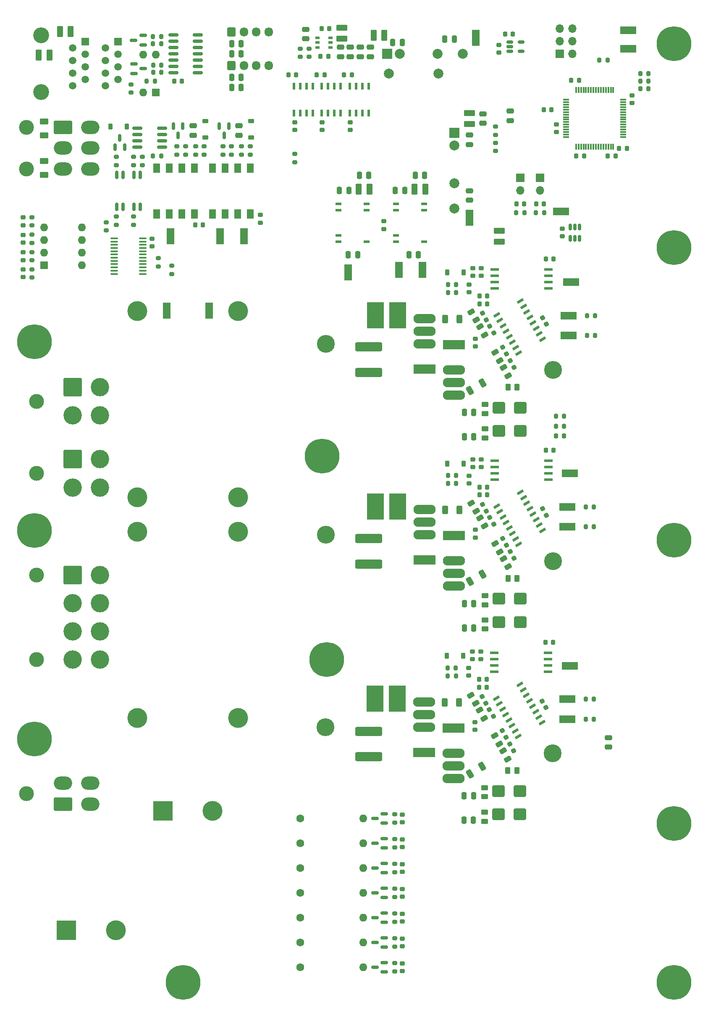
<source format=gbr>
%TF.GenerationSoftware,KiCad,Pcbnew,7.0.7*%
%TF.CreationDate,2023-10-22T18:31:29-04:00*%
%TF.ProjectId,HV servo drive v1,48562073-6572-4766-9f20-647269766520,rev?*%
%TF.SameCoordinates,Original*%
%TF.FileFunction,Soldermask,Top*%
%TF.FilePolarity,Negative*%
%FSLAX46Y46*%
G04 Gerber Fmt 4.6, Leading zero omitted, Abs format (unit mm)*
G04 Created by KiCad (PCBNEW 7.0.7) date 2023-10-22 18:31:29*
%MOMM*%
%LPD*%
G01*
G04 APERTURE LIST*
G04 Aperture macros list*
%AMRoundRect*
0 Rectangle with rounded corners*
0 $1 Rounding radius*
0 $2 $3 $4 $5 $6 $7 $8 $9 X,Y pos of 4 corners*
0 Add a 4 corners polygon primitive as box body*
4,1,4,$2,$3,$4,$5,$6,$7,$8,$9,$2,$3,0*
0 Add four circle primitives for the rounded corners*
1,1,$1+$1,$2,$3*
1,1,$1+$1,$4,$5*
1,1,$1+$1,$6,$7*
1,1,$1+$1,$8,$9*
0 Add four rect primitives between the rounded corners*
20,1,$1+$1,$2,$3,$4,$5,0*
20,1,$1+$1,$4,$5,$6,$7,0*
20,1,$1+$1,$6,$7,$8,$9,0*
20,1,$1+$1,$8,$9,$2,$3,0*%
%AMRotRect*
0 Rectangle, with rotation*
0 The origin of the aperture is its center*
0 $1 length*
0 $2 width*
0 $3 Rotation angle, in degrees counterclockwise*
0 Add horizontal line*
21,1,$1,$2,0,0,$3*%
G04 Aperture macros list end*
%ADD10R,3.200000X1.600000*%
%ADD11RoundRect,0.225000X-0.225000X-0.250000X0.225000X-0.250000X0.225000X0.250000X-0.225000X0.250000X0*%
%ADD12RoundRect,0.225000X0.225000X0.250000X-0.225000X0.250000X-0.225000X-0.250000X0.225000X-0.250000X0*%
%ADD13RoundRect,0.225000X-0.250000X0.225000X-0.250000X-0.225000X0.250000X-0.225000X0.250000X0.225000X0*%
%ADD14C,4.000000*%
%ADD15RoundRect,0.250000X0.536362X0.020994X0.286362X0.454006X-0.536362X-0.020994X-0.286362X-0.454006X0*%
%ADD16RoundRect,0.250000X-0.475000X0.250000X-0.475000X-0.250000X0.475000X-0.250000X0.475000X0.250000X0*%
%ADD17RoundRect,0.250000X0.475000X-0.250000X0.475000X0.250000X-0.475000X0.250000X-0.475000X-0.250000X0*%
%ADD18RoundRect,0.225000X0.250000X-0.225000X0.250000X0.225000X-0.250000X0.225000X-0.250000X-0.225000X0*%
%ADD19C,2.000000*%
%ADD20RoundRect,0.250000X0.250000X0.475000X-0.250000X0.475000X-0.250000X-0.475000X0.250000X-0.475000X0*%
%ADD21RoundRect,0.250000X-0.250000X-0.475000X0.250000X-0.475000X0.250000X0.475000X-0.250000X0.475000X0*%
%ADD22RoundRect,0.225000X0.329006X-0.069856X0.104006X0.319856X-0.329006X0.069856X-0.104006X-0.319856X0*%
%ADD23R,4.000000X4.000000*%
%ADD24RoundRect,0.225000X0.225000X0.375000X-0.225000X0.375000X-0.225000X-0.375000X0.225000X-0.375000X0*%
%ADD25RoundRect,0.250000X-1.000000X-0.900000X1.000000X-0.900000X1.000000X0.900000X-1.000000X0.900000X0*%
%ADD26RoundRect,0.225000X0.375000X-0.225000X0.375000X0.225000X-0.375000X0.225000X-0.375000X-0.225000X0*%
%ADD27RoundRect,0.150000X-0.150000X0.587500X-0.150000X-0.587500X0.150000X-0.587500X0.150000X0.587500X0*%
%ADD28C,3.000000*%
%ADD29RoundRect,0.250002X-1.599998X1.599998X-1.599998X-1.599998X1.599998X-1.599998X1.599998X1.599998X0*%
%ADD30C,3.700000*%
%ADD31RoundRect,0.250000X-0.041867X0.697516X-0.583133X0.385016X0.041867X-0.697516X0.583133X-0.385016X0*%
%ADD32RoundRect,0.250000X0.312500X0.625000X-0.312500X0.625000X-0.312500X-0.625000X0.312500X-0.625000X0*%
%ADD33RoundRect,0.200000X-0.200000X-0.275000X0.200000X-0.275000X0.200000X0.275000X-0.200000X0.275000X0*%
%ADD34R,3.352800X5.207000*%
%ADD35RoundRect,0.250000X0.450000X-0.262500X0.450000X0.262500X-0.450000X0.262500X-0.450000X-0.262500X0*%
%ADD36RoundRect,0.250000X-0.262500X-0.450000X0.262500X-0.450000X0.262500X0.450000X-0.262500X0.450000X0*%
%ADD37R,0.558800X1.460500*%
%ADD38R,1.193800X0.304800*%
%ADD39R,0.304800X1.193800*%
%ADD40R,0.904700X0.508000*%
%ADD41R,2.000000X2.000000*%
%ADD42R,1.244600X0.609600*%
%ADD43RoundRect,0.150000X-0.512500X-0.150000X0.512500X-0.150000X0.512500X0.150000X-0.512500X0.150000X0*%
%ADD44R,1.799999X0.599999*%
%ADD45RotRect,1.358900X0.533400X210.000000*%
%ADD46RoundRect,0.150000X-0.150000X0.512500X-0.150000X-0.512500X0.150000X-0.512500X0.150000X0.512500X0*%
%ADD47RoundRect,0.150000X0.825000X0.150000X-0.825000X0.150000X-0.825000X-0.150000X0.825000X-0.150000X0*%
%ADD48O,1.600000X1.600000*%
%ADD49C,1.600000*%
%ADD50RoundRect,0.250000X0.375000X0.850000X-0.375000X0.850000X-0.375000X-0.850000X0.375000X-0.850000X0*%
%ADD51O,1.700000X1.700000*%
%ADD52R,1.700000X1.700000*%
%ADD53RoundRect,0.200000X-0.275000X0.200000X-0.275000X-0.200000X0.275000X-0.200000X0.275000X0.200000X0*%
%ADD54O,3.700000X2.700000*%
%ADD55RoundRect,0.250001X1.599999X-1.099999X1.599999X1.099999X-1.599999X1.099999X-1.599999X-1.099999X0*%
%ADD56RoundRect,0.150000X0.587500X0.150000X-0.587500X0.150000X-0.587500X-0.150000X0.587500X-0.150000X0*%
%ADD57RoundRect,0.150000X0.150000X-0.662500X0.150000X0.662500X-0.150000X0.662500X-0.150000X-0.662500X0*%
%ADD58RoundRect,0.218750X-0.218750X-0.256250X0.218750X-0.256250X0.218750X0.256250X-0.218750X0.256250X0*%
%ADD59RoundRect,0.200000X0.275000X-0.200000X0.275000X0.200000X-0.275000X0.200000X-0.275000X-0.200000X0*%
%ADD60C,5.600000*%
%ADD61C,7.000000*%
%ADD62RoundRect,0.100000X-0.637500X-0.100000X0.637500X-0.100000X0.637500X0.100000X-0.637500X0.100000X0*%
%ADD63R,1.600000X3.200000*%
%ADD64RoundRect,0.250000X-0.625000X0.375000X-0.625000X-0.375000X0.625000X-0.375000X0.625000X0.375000X0*%
%ADD65R,1.346200X1.955800*%
%ADD66RoundRect,0.218750X0.256250X-0.218750X0.256250X0.218750X-0.256250X0.218750X-0.256250X-0.218750X0*%
%ADD67RoundRect,0.200000X0.200000X0.275000X-0.200000X0.275000X-0.200000X-0.275000X0.200000X-0.275000X0*%
%ADD68RoundRect,0.250000X1.000000X0.900000X-1.000000X0.900000X-1.000000X-0.900000X1.000000X-0.900000X0*%
%ADD69RoundRect,0.250000X-0.375000X-0.850000X0.375000X-0.850000X0.375000X0.850000X-0.375000X0.850000X0*%
%ADD70RoundRect,0.250000X2.450000X-0.650000X2.450000X0.650000X-2.450000X0.650000X-2.450000X-0.650000X0*%
%ADD71RoundRect,0.150000X-0.825000X-0.150000X0.825000X-0.150000X0.825000X0.150000X-0.825000X0.150000X0*%
%ADD72RoundRect,0.250000X-0.850000X0.375000X-0.850000X-0.375000X0.850000X-0.375000X0.850000X0.375000X0*%
%ADD73RoundRect,0.150000X0.150000X-0.587500X0.150000X0.587500X-0.150000X0.587500X-0.150000X-0.587500X0*%
%ADD74RoundRect,0.150000X-0.587500X-0.150000X0.587500X-0.150000X0.587500X0.150000X-0.587500X0.150000X0*%
%ADD75RoundRect,0.250001X-1.599999X1.099999X-1.599999X-1.099999X1.599999X-1.099999X1.599999X1.099999X0*%
%ADD76O,4.500000X1.905000*%
%ADD77R,4.500000X1.905000*%
%ADD78C,3.600000*%
%ADD79R,1.600000X1.600000*%
%ADD80O,1.700000X1.850000*%
%ADD81RoundRect,0.250000X-0.600000X-0.675000X0.600000X-0.675000X0.600000X0.675000X-0.600000X0.675000X0*%
%ADD82C,3.200000*%
%ADD83C,1.500000*%
%ADD84R,1.500000X1.500000*%
G04 APERTURE END LIST*
D10*
%TO.C,TP22*%
X434750000Y-54250000D03*
%TD*%
%TO.C,TP21*%
X434750000Y-58000000D03*
%TD*%
D11*
%TO.C,C1*%
X343225000Y-64500000D03*
X344775000Y-64500000D03*
%TD*%
D12*
%TO.C,C3*%
X373525000Y-63250000D03*
X371975000Y-63250000D03*
%TD*%
D13*
%TO.C,C5*%
X367500000Y-72809000D03*
X367500000Y-74359000D03*
%TD*%
%TO.C,C6*%
X373068000Y-72809000D03*
X373068000Y-74359000D03*
%TD*%
%TO.C,C7*%
X378750000Y-72809000D03*
X378750000Y-74359000D03*
%TD*%
D14*
%TO.C,C8*%
X335800000Y-192796000D03*
X356100000Y-192796000D03*
X335800000Y-155296000D03*
X356100000Y-155296000D03*
%TD*%
%TO.C,C9*%
X335800000Y-148296000D03*
X356100000Y-148296000D03*
X335800000Y-110796000D03*
X356100000Y-110796000D03*
%TD*%
D15*
%TO.C,C10*%
X408829810Y-120787787D03*
X407879810Y-119142339D03*
%TD*%
D11*
%TO.C,C11*%
X372931000Y-53956000D03*
X374481000Y-53956000D03*
%TD*%
D12*
%TO.C,C13*%
X374275000Y-59544000D03*
X372725000Y-59544000D03*
%TD*%
D16*
%TO.C,C16*%
X378750000Y-57656000D03*
X378750000Y-59556000D03*
%TD*%
%TO.C,C22*%
X411000000Y-70550000D03*
X411000000Y-72450000D03*
%TD*%
D17*
%TO.C,C24*%
X430750000Y-198650000D03*
X430750000Y-196750000D03*
%TD*%
D18*
%TO.C,C26*%
X385500000Y-94275000D03*
X385500000Y-92725000D03*
%TD*%
D19*
%TO.C,C31*%
X396500000Y-63000000D03*
X386500000Y-63000000D03*
%TD*%
D20*
%TO.C,C37*%
X403600000Y-131250000D03*
X401700000Y-131250000D03*
%TD*%
D21*
%TO.C,C40*%
X401700000Y-136150000D03*
X403600000Y-136150000D03*
%TD*%
D12*
%TO.C,C41*%
X411473750Y-55000000D03*
X409923750Y-55000000D03*
%TD*%
D22*
%TO.C,C45*%
X418237500Y-151971170D03*
X417462500Y-150628830D03*
%TD*%
D23*
%TO.C,C48*%
X321482066Y-235500000D03*
D14*
X331482066Y-235500000D03*
%TD*%
D23*
%TO.C,C49*%
X340982066Y-211500000D03*
D14*
X350982066Y-211500000D03*
%TD*%
D12*
%TO.C,C50*%
X419725000Y-138850000D03*
X418175000Y-138850000D03*
%TD*%
%TO.C,C51*%
X419725000Y-100350000D03*
X418175000Y-100350000D03*
%TD*%
D15*
%TO.C,C53*%
X408829810Y-159287787D03*
X407879810Y-157642339D03*
%TD*%
%TO.C,C54*%
X410579810Y-123818876D03*
X409629810Y-122173428D03*
%TD*%
D22*
%TO.C,C56*%
X411763441Y-160629776D03*
X410988441Y-159287436D03*
%TD*%
%TO.C,C57*%
X410237500Y-157971170D03*
X409462500Y-156628830D03*
%TD*%
%TO.C,C60*%
X407632854Y-153714600D03*
X406857854Y-152372260D03*
%TD*%
%TO.C,C61*%
X411763441Y-122129776D03*
X410988441Y-120787436D03*
%TD*%
D15*
%TO.C,C62*%
X405825000Y-115622724D03*
X404875000Y-113977276D03*
%TD*%
D13*
%TO.C,C64*%
X403450000Y-140675000D03*
X403450000Y-142225000D03*
%TD*%
%TO.C,C65*%
X405150000Y-140675000D03*
X405150000Y-142225000D03*
%TD*%
D22*
%TO.C,C68*%
X418157286Y-190689798D03*
X417382286Y-189347458D03*
%TD*%
D13*
%TO.C,C69*%
X405150000Y-102175000D03*
X405150000Y-103725000D03*
%TD*%
D20*
%TO.C,C70*%
X403569786Y-208418628D03*
X401669786Y-208418628D03*
%TD*%
D21*
%TO.C,C71*%
X401619786Y-213368628D03*
X403519786Y-213368628D03*
%TD*%
D18*
%TO.C,C72*%
X402662500Y-107037500D03*
X402662500Y-105487500D03*
%TD*%
D12*
%TO.C,C73*%
X419644786Y-177568628D03*
X418094786Y-177568628D03*
%TD*%
D15*
%TO.C,C74*%
X404075000Y-112622724D03*
X403125000Y-110977276D03*
%TD*%
%TO.C,C77*%
X410499596Y-201037504D03*
X409549596Y-199392056D03*
%TD*%
%TO.C,C78*%
X408749596Y-198006415D03*
X407799596Y-196360967D03*
%TD*%
%TO.C,C82*%
X405744786Y-192841352D03*
X404794786Y-191195904D03*
%TD*%
%TO.C,C83*%
X403994786Y-189841352D03*
X403044786Y-188195904D03*
%TD*%
D18*
%TO.C,C89*%
X421500000Y-95775000D03*
X421500000Y-94225000D03*
%TD*%
D20*
%TO.C,C90*%
X356700000Y-59000000D03*
X354800000Y-59000000D03*
%TD*%
%TO.C,C91*%
X356700000Y-65750000D03*
X354800000Y-65750000D03*
%TD*%
D16*
%TO.C,C92*%
X369750000Y-54050000D03*
X369750000Y-55950000D03*
%TD*%
%TO.C,C93*%
X380750000Y-57656000D03*
X380750000Y-59556000D03*
%TD*%
D20*
%TO.C,C94*%
X356700000Y-57000000D03*
X354800000Y-57000000D03*
%TD*%
%TO.C,C95*%
X356700000Y-63750000D03*
X354800000Y-63750000D03*
%TD*%
D13*
%TO.C,C96*%
X360580000Y-91445200D03*
X360580000Y-92995200D03*
%TD*%
D17*
%TO.C,C98*%
X347020000Y-75420200D03*
X347020000Y-73520200D03*
%TD*%
%TO.C,C103*%
X402750000Y-88500000D03*
X402750000Y-86600000D03*
%TD*%
D24*
%TO.C,D19*%
X401600000Y-141550000D03*
X398300000Y-141550000D03*
%TD*%
%TO.C,D20*%
X401600000Y-103050000D03*
X398300000Y-103050000D03*
%TD*%
D25*
%TO.C,D22*%
X408700000Y-134950000D03*
X413000000Y-134950000D03*
%TD*%
%TO.C,D23*%
X408619786Y-212168628D03*
X412919786Y-212168628D03*
%TD*%
D26*
%TO.C,D25*%
X358770000Y-75870200D03*
X358770000Y-72570200D03*
%TD*%
D27*
%TO.C,D26*%
X354220000Y-73532700D03*
X352320000Y-73532700D03*
X353270000Y-75407700D03*
%TD*%
%TO.C,D27*%
X344970000Y-73532700D03*
X343070000Y-73532700D03*
X344020000Y-75407700D03*
%TD*%
D28*
%TO.C,J5*%
X315475000Y-163945000D03*
X315475000Y-181045000D03*
D29*
X322775000Y-163945000D03*
D30*
X322775000Y-169645000D03*
X322775000Y-175345000D03*
X322775000Y-181045000D03*
X328275000Y-163945000D03*
X328275000Y-169645000D03*
X328275000Y-175345000D03*
X328275000Y-181045000D03*
%TD*%
D28*
%TO.C,J7*%
X315475000Y-129000000D03*
D29*
X322775000Y-126150000D03*
D30*
X322775000Y-131850000D03*
X328275000Y-126150000D03*
X328275000Y-131850000D03*
%TD*%
D31*
%TO.C,R36*%
X405416562Y-163818750D03*
X402883438Y-165281250D03*
%TD*%
D32*
%TO.C,R47*%
X400762500Y-150900000D03*
X397837500Y-150900000D03*
%TD*%
D33*
%TO.C,R49*%
X398437500Y-145550000D03*
X400087500Y-145550000D03*
%TD*%
D34*
%TO.C,R50*%
X388272500Y-150150000D03*
X383827500Y-150150000D03*
%TD*%
D33*
%TO.C,R52*%
X398425000Y-143950000D03*
X400075000Y-143950000D03*
%TD*%
D35*
%TO.C,R53*%
X405819786Y-208631128D03*
X405819786Y-206806128D03*
%TD*%
%TO.C,R56*%
X405769786Y-213581128D03*
X405769786Y-211756128D03*
%TD*%
D36*
%TO.C,R57*%
X410457286Y-203368628D03*
X412282286Y-203368628D03*
%TD*%
D31*
%TO.C,R58*%
X405336348Y-202537378D03*
X402803224Y-203999878D03*
%TD*%
D32*
%TO.C,R59*%
X400682286Y-189618628D03*
X397757286Y-189618628D03*
%TD*%
D33*
%TO.C,R61*%
X398357286Y-184268628D03*
X400007286Y-184268628D03*
%TD*%
D35*
%TO.C,R68*%
X405850000Y-136362500D03*
X405850000Y-134537500D03*
%TD*%
D37*
%TO.C,U2*%
X367345000Y-70974150D03*
X368615000Y-70974150D03*
X369885000Y-70974150D03*
X371155000Y-70974150D03*
X371155000Y-65525850D03*
X369885000Y-65525850D03*
X368615000Y-65525850D03*
X367345000Y-65525850D03*
%TD*%
%TO.C,U3*%
X372941000Y-70974150D03*
X374211000Y-70974150D03*
X375481000Y-70974150D03*
X376751000Y-70974150D03*
X376751000Y-65525850D03*
X375481000Y-65525850D03*
X374211000Y-65525850D03*
X372941000Y-65525850D03*
%TD*%
%TO.C,U4*%
X378595000Y-70974150D03*
X379865000Y-70974150D03*
X381135000Y-70974150D03*
X382405000Y-70974150D03*
X382405000Y-65525850D03*
X381135000Y-65525850D03*
X379865000Y-65525850D03*
X378595000Y-65525850D03*
%TD*%
D38*
%TO.C,U9*%
X422250001Y-68250000D03*
X422250001Y-68749999D03*
X422250001Y-69250000D03*
X422250001Y-69749999D03*
X422250001Y-70250001D03*
X422250001Y-70750000D03*
X422250001Y-71249999D03*
X422250001Y-71750000D03*
X422250001Y-72250000D03*
X422250001Y-72750001D03*
X422250001Y-73250000D03*
X422250001Y-73749999D03*
X422250001Y-74250001D03*
X422250001Y-74750000D03*
X422250001Y-75250001D03*
X422250001Y-75750000D03*
D39*
X424250000Y-77749999D03*
X424749999Y-77749999D03*
X425250000Y-77749999D03*
X425749999Y-77749999D03*
X426250001Y-77749999D03*
X426750000Y-77749999D03*
X427249999Y-77749999D03*
X427750000Y-77749999D03*
X428250000Y-77749999D03*
X428750001Y-77749999D03*
X429250000Y-77749999D03*
X429749999Y-77749999D03*
X430250001Y-77749999D03*
X430750000Y-77749999D03*
X431250001Y-77749999D03*
X431750000Y-77749999D03*
D38*
X433749999Y-75750000D03*
X433749999Y-75250001D03*
X433749999Y-74750000D03*
X433749999Y-74250001D03*
X433749999Y-73749999D03*
X433749999Y-73250000D03*
X433749999Y-72750001D03*
X433749999Y-72250000D03*
X433749999Y-71750000D03*
X433749999Y-71249999D03*
X433749999Y-70750000D03*
X433749999Y-70250001D03*
X433749999Y-69749999D03*
X433749999Y-69250000D03*
X433749999Y-68749999D03*
X433749999Y-68250000D03*
D39*
X431750000Y-66250001D03*
X431250001Y-66250001D03*
X430750000Y-66250001D03*
X430250001Y-66250001D03*
X429749999Y-66250001D03*
X429250000Y-66250001D03*
X428750001Y-66250001D03*
X428250000Y-66250001D03*
X427750000Y-66250001D03*
X427249999Y-66250001D03*
X426750000Y-66250001D03*
X426250001Y-66250001D03*
X425749999Y-66250001D03*
X425250000Y-66250001D03*
X424749999Y-66250001D03*
X424250000Y-66250001D03*
%TD*%
D40*
%TO.C,U6*%
X372148749Y-55799999D03*
X372148749Y-56750000D03*
X372148749Y-57700001D03*
X374755251Y-57700001D03*
X374755251Y-56750000D03*
X374755251Y-55799999D03*
%TD*%
D41*
%TO.C,U7*%
X386130000Y-59040000D03*
D19*
X388670000Y-59040000D03*
X396290000Y-59040000D03*
X401370000Y-59040000D03*
%TD*%
D42*
%TO.C,U8*%
X387917900Y-89190000D03*
X387917900Y-90460000D03*
X387917900Y-95540000D03*
X387917900Y-96810000D03*
X393582100Y-96810000D03*
X393582100Y-90460000D03*
X393582100Y-89190000D03*
%TD*%
D43*
%TO.C,U9*%
X410871250Y-56620000D03*
X410871250Y-57570000D03*
X410871250Y-58520000D03*
X413146250Y-58520000D03*
X413146250Y-56620000D03*
%TD*%
D44*
%TO.C,U12*%
X407800001Y-140945000D03*
X407800001Y-142215000D03*
X407800001Y-143485000D03*
X407800001Y-144755000D03*
X418699999Y-144755000D03*
X418699999Y-143485000D03*
X418699999Y-142215000D03*
X418699999Y-140945000D03*
%TD*%
D45*
%TO.C,U13*%
X417395463Y-193730636D03*
X416760463Y-192630784D03*
X416125463Y-191530931D03*
X415490463Y-190431079D03*
X414855463Y-189331227D03*
X414220463Y-188231375D03*
X413585463Y-187131522D03*
X412950463Y-186031670D03*
X408144109Y-188806620D03*
X408779109Y-189906472D03*
X409414109Y-191006325D03*
X410049109Y-192106177D03*
X410684109Y-193206029D03*
X411319109Y-194305881D03*
X411954109Y-195405734D03*
X412589109Y-196505586D03*
%TD*%
D41*
%TO.C,U20*%
X399710000Y-74930000D03*
D19*
X399710000Y-77470000D03*
X399710000Y-85090000D03*
X399710000Y-90170000D03*
%TD*%
D46*
%TO.C,U22*%
X424950000Y-93862500D03*
X424000000Y-93862500D03*
X423050000Y-93862500D03*
X423050000Y-96137500D03*
X424000000Y-96137500D03*
X424950000Y-96137500D03*
%TD*%
D47*
%TO.C,U23*%
X347975000Y-62810000D03*
X347975000Y-61540000D03*
X347975000Y-60270000D03*
X347975000Y-59000000D03*
X347975000Y-57730000D03*
X347975000Y-56460000D03*
X347975000Y-55190000D03*
X343025000Y-55190000D03*
X343025000Y-56460000D03*
X343025000Y-57730000D03*
X343025000Y-59000000D03*
X343025000Y-60270000D03*
X343025000Y-61540000D03*
X343025000Y-62810000D03*
%TD*%
D48*
%TO.C,R44*%
X381350000Y-242989931D03*
D49*
X368650000Y-242989931D03*
%TD*%
D13*
%TO.C,C28*%
X389224000Y-233764931D03*
X389224000Y-232214931D03*
%TD*%
D50*
%TO.C,L17*%
X315925000Y-59250000D03*
X318075000Y-59250000D03*
%TD*%
D33*
%TO.C,R20*%
X427825000Y-193000000D03*
X426175000Y-193000000D03*
%TD*%
D34*
%TO.C,R63*%
X383827500Y-111650000D03*
X388272500Y-111650000D03*
%TD*%
D51*
%TO.C,TH2*%
X413000000Y-86530000D03*
D52*
X413000000Y-83990000D03*
%TD*%
D50*
%TO.C,L16*%
X320175000Y-54500000D03*
X322325000Y-54500000D03*
%TD*%
D42*
%TO.C,U21*%
X381973150Y-89190000D03*
X381973150Y-90460000D03*
X381973150Y-96810000D03*
X376308950Y-96810000D03*
X376308950Y-95540000D03*
X376308950Y-90460000D03*
X376308950Y-89190000D03*
%TD*%
D44*
%TO.C,U15*%
X418619785Y-179663628D03*
X418619785Y-180933628D03*
X418619785Y-182203628D03*
X418619785Y-183473628D03*
X407719787Y-183473628D03*
X407719787Y-182203628D03*
X407719787Y-180933628D03*
X407719787Y-179663628D03*
%TD*%
D53*
%TO.C,R79*%
X349270000Y-79295200D03*
X349270000Y-77645200D03*
%TD*%
%TO.C,R69*%
X335020000Y-81435100D03*
X335020000Y-79785100D03*
%TD*%
%TO.C,R76*%
X408000000Y-75325000D03*
X408000000Y-73675000D03*
%TD*%
D20*
%TO.C,C46*%
X401700000Y-169750000D03*
X403600000Y-169750000D03*
%TD*%
D13*
%TO.C,C66*%
X403450000Y-103725000D03*
X403450000Y-102175000D03*
%TD*%
D25*
%TO.C,D18*%
X413000000Y-173450000D03*
X408700000Y-173450000D03*
%TD*%
D54*
%TO.C,J6*%
X326275000Y-205900000D03*
X326275000Y-210100000D03*
X320775000Y-205900000D03*
D55*
X320775000Y-210100000D03*
D28*
X313475000Y-208000000D03*
%TD*%
D53*
%TO.C,R65*%
X331520000Y-81435100D03*
X331520000Y-79785100D03*
%TD*%
%TO.C,R41*%
X387700000Y-218814931D03*
X387700000Y-217164931D03*
%TD*%
D15*
%TO.C,C52*%
X409629810Y-160673428D03*
X410579810Y-162318876D03*
%TD*%
D56*
%TO.C,D15*%
X383714500Y-242989931D03*
X385589500Y-242039931D03*
X385589500Y-243939931D03*
%TD*%
D57*
%TO.C,U19*%
X335135000Y-83422600D03*
X336405000Y-83422600D03*
X336405000Y-89797600D03*
X335135000Y-89797600D03*
%TD*%
D58*
%TO.C,L3*%
X406337500Y-107750000D03*
X404762500Y-107750000D03*
%TD*%
D11*
%TO.C,C17*%
X434487000Y-78064000D03*
X432937000Y-78064000D03*
%TD*%
D48*
%TO.C,R40*%
X381350000Y-217989931D03*
D49*
X368650000Y-217989931D03*
%TD*%
D59*
%TO.C,R78*%
X345520000Y-77645200D03*
X345520000Y-79295200D03*
%TD*%
D10*
%TO.C,TP9*%
X423000000Y-143500000D03*
%TD*%
D48*
%TO.C,R29*%
X381350000Y-228000000D03*
D49*
X368650000Y-228000000D03*
%TD*%
D20*
%TO.C,C106*%
X390550000Y-99500000D03*
X392450000Y-99500000D03*
%TD*%
D33*
%TO.C,R37*%
X413825000Y-91015000D03*
X412175000Y-91015000D03*
%TD*%
D60*
%TO.C,H12*%
X315000000Y-155000000D03*
D61*
X315000000Y-155000000D03*
%TD*%
D62*
%TO.C,U1*%
X336862500Y-96175000D03*
X336862500Y-96825000D03*
X336862500Y-97475000D03*
X336862500Y-98125000D03*
X336862500Y-98775000D03*
X336862500Y-99425000D03*
X336862500Y-100075000D03*
X336862500Y-100725000D03*
X336862500Y-101375000D03*
X336862500Y-102025000D03*
X336862500Y-102675000D03*
X336862500Y-103325000D03*
X331137500Y-103325000D03*
X331137500Y-102675000D03*
X331137500Y-102025000D03*
X331137500Y-101375000D03*
X331137500Y-100725000D03*
X331137500Y-100075000D03*
X331137500Y-99425000D03*
X331137500Y-98775000D03*
X331137500Y-98125000D03*
X331137500Y-97475000D03*
X331137500Y-96825000D03*
X331137500Y-96175000D03*
%TD*%
D32*
%TO.C,R55*%
X397837500Y-112400000D03*
X400762500Y-112400000D03*
%TD*%
D56*
%TO.C,D12*%
X383714500Y-212989931D03*
X385589500Y-212039931D03*
X385589500Y-213939931D03*
%TD*%
D20*
%TO.C,C42*%
X380550000Y-83500000D03*
X382450000Y-83500000D03*
%TD*%
D53*
%TO.C,R67*%
X336770000Y-81435100D03*
X336770000Y-79785100D03*
%TD*%
%TO.C,R77*%
X343770000Y-79295200D03*
X343770000Y-77645200D03*
%TD*%
D44*
%TO.C,U14*%
X418699999Y-102445000D03*
X418699999Y-103715000D03*
X418699999Y-104985000D03*
X418699999Y-106255000D03*
X407800001Y-106255000D03*
X407800001Y-104985000D03*
X407800001Y-103715000D03*
X407800001Y-102445000D03*
%TD*%
D18*
%TO.C,C67*%
X402662500Y-143987500D03*
X402662500Y-145537500D03*
%TD*%
D63*
%TO.C,TP6*%
X388500000Y-102500000D03*
%TD*%
D22*
%TO.C,C76*%
X405357854Y-111274184D03*
X406132854Y-112616524D03*
%TD*%
D64*
%TO.C,F2*%
X317000000Y-75400000D03*
X317000000Y-72600000D03*
%TD*%
D65*
%TO.C,U16*%
X358580000Y-91220200D03*
X356040000Y-91220200D03*
X353500000Y-91220200D03*
X350960000Y-91220200D03*
X350960000Y-82000000D03*
X353500000Y-82000000D03*
X356040000Y-82000000D03*
X358580000Y-82000000D03*
%TD*%
D56*
%TO.C,D8*%
X383714500Y-232989931D03*
X385589500Y-232039931D03*
X385589500Y-233939931D03*
%TD*%
D61*
%TO.C,H9*%
X444000000Y-57000000D03*
D60*
X444000000Y-57000000D03*
%TD*%
D12*
%TO.C,C4*%
X377475000Y-63250000D03*
X379025000Y-63250000D03*
%TD*%
D33*
%TO.C,R60*%
X400087500Y-107050000D03*
X398437500Y-107050000D03*
%TD*%
D35*
%TO.C,R34*%
X405850000Y-173037500D03*
X405850000Y-174862500D03*
%TD*%
D53*
%TO.C,R45*%
X387700000Y-243814931D03*
X387700000Y-242164931D03*
%TD*%
D63*
%TO.C,TP2*%
X404000000Y-55750000D03*
%TD*%
D66*
%TO.C,D4*%
X312750000Y-95462500D03*
X312750000Y-97037500D03*
%TD*%
D61*
%TO.C,H6*%
X444000000Y-98000000D03*
D60*
X444000000Y-98000000D03*
%TD*%
D50*
%TO.C,L7*%
X391675000Y-86250000D03*
X393825000Y-86250000D03*
%TD*%
D67*
%TO.C,R24*%
X416175000Y-91015000D03*
X417825000Y-91015000D03*
%TD*%
D61*
%TO.C,H10*%
X444000000Y-246000000D03*
D60*
X444000000Y-246000000D03*
%TD*%
D59*
%TO.C,R72*%
X354770000Y-77645200D03*
X354770000Y-79295200D03*
%TD*%
D60*
%TO.C,H14*%
X345000000Y-246000000D03*
D61*
X345000000Y-246000000D03*
%TD*%
D22*
%TO.C,C85*%
X405277640Y-188492812D03*
X406052640Y-189835152D03*
%TD*%
D53*
%TO.C,R86*%
X331520000Y-91785100D03*
X331520000Y-93435100D03*
%TD*%
D66*
%TO.C,D5*%
X312750000Y-98962500D03*
X312750000Y-100537500D03*
%TD*%
D26*
%TO.C,D28*%
X349520000Y-72570200D03*
X349520000Y-75870200D03*
%TD*%
D31*
%TO.C,R54*%
X402883438Y-126781250D03*
X405416562Y-125318750D03*
%TD*%
D20*
%TO.C,C105*%
X387800000Y-86500000D03*
X389700000Y-86500000D03*
%TD*%
D13*
%TO.C,C86*%
X403369786Y-180943628D03*
X403369786Y-179393628D03*
%TD*%
D16*
%TO.C,C19*%
X376750000Y-59556000D03*
X376750000Y-57656000D03*
%TD*%
D53*
%TO.C,R91*%
X334500000Y-65175000D03*
X334500000Y-66825000D03*
%TD*%
D68*
%TO.C,D16*%
X408700000Y-168750000D03*
X413000000Y-168750000D03*
%TD*%
D16*
%TO.C,C18*%
X382750000Y-59556000D03*
X382750000Y-57656000D03*
%TD*%
D20*
%TO.C,C43*%
X376550000Y-86500000D03*
X378450000Y-86500000D03*
%TD*%
D53*
%TO.C,R71*%
X356770000Y-79295200D03*
X356770000Y-77645200D03*
%TD*%
%TO.C,R83*%
X347520000Y-79295200D03*
X347520000Y-77645200D03*
%TD*%
D63*
%TO.C,TP5*%
X402750000Y-92050000D03*
%TD*%
D69*
%TO.C,L5*%
X385575000Y-55250000D03*
X383425000Y-55250000D03*
%TD*%
D48*
%TO.C,R27*%
X381350000Y-237989931D03*
D49*
X368650000Y-237989931D03*
%TD*%
D66*
%TO.C,L9*%
X403950000Y-154862500D03*
X403950000Y-156437500D03*
%TD*%
D36*
%TO.C,R51*%
X412362500Y-126150000D03*
X410537500Y-126150000D03*
%TD*%
D33*
%TO.C,R82*%
X438825000Y-66020000D03*
X437175000Y-66020000D03*
%TD*%
D13*
%TO.C,C36*%
X389224000Y-243764931D03*
X389224000Y-242214931D03*
%TD*%
D45*
%TO.C,U11*%
X412669323Y-119286958D03*
X412034323Y-118187106D03*
X411399323Y-117087253D03*
X410764323Y-115987401D03*
X410129323Y-114887549D03*
X409494323Y-113787697D03*
X408859323Y-112687844D03*
X408224323Y-111587992D03*
X413030677Y-108813042D03*
X413665677Y-109912894D03*
X414300677Y-111012747D03*
X414935677Y-112112599D03*
X415570677Y-113212451D03*
X416205677Y-114312303D03*
X416840677Y-115412156D03*
X417475677Y-116512008D03*
%TD*%
D53*
%TO.C,R28*%
X387700000Y-238814931D03*
X387700000Y-237164931D03*
%TD*%
D70*
%TO.C,C110*%
X382400000Y-195450000D03*
X382400000Y-200550000D03*
%TD*%
D22*
%TO.C,C63*%
X405357854Y-149774184D03*
X406132854Y-151116524D03*
%TD*%
D12*
%TO.C,C14*%
X424301000Y-79588000D03*
X425851000Y-79588000D03*
%TD*%
D56*
%TO.C,D14*%
X383714500Y-222989931D03*
X385589500Y-222039931D03*
X385589500Y-223939931D03*
%TD*%
D33*
%TO.C,R21*%
X428075000Y-111750000D03*
X426425000Y-111750000D03*
%TD*%
D68*
%TO.C,D17*%
X408700000Y-130250000D03*
X413000000Y-130250000D03*
%TD*%
D53*
%TO.C,R74*%
X367500000Y-80825000D03*
X367500000Y-79175000D03*
%TD*%
%TO.C,R12*%
X314500000Y-97075000D03*
X314500000Y-95425000D03*
%TD*%
D22*
%TO.C,C81*%
X409382286Y-195347458D03*
X410157286Y-196689798D03*
%TD*%
D50*
%TO.C,L10*%
X380425000Y-86250000D03*
X382575000Y-86250000D03*
%TD*%
D24*
%TO.C,D24*%
X398219786Y-180268628D03*
X401519786Y-180268628D03*
%TD*%
D59*
%TO.C,R89*%
X329500000Y-94575000D03*
X329500000Y-92925000D03*
%TD*%
D67*
%TO.C,R80*%
X437175000Y-63000000D03*
X438825000Y-63000000D03*
%TD*%
D63*
%TO.C,TP4*%
X378250000Y-103000000D03*
%TD*%
D18*
%TO.C,C88*%
X402582286Y-182706128D03*
X402582286Y-184256128D03*
%TD*%
%TO.C,C38*%
X408698750Y-57225000D03*
X408698750Y-58775000D03*
%TD*%
D68*
%TO.C,D21*%
X408619786Y-207468628D03*
X412919786Y-207468628D03*
%TD*%
D63*
%TO.C,TP24*%
X342500000Y-95750000D03*
%TD*%
D66*
%TO.C,L13*%
X403869786Y-193581128D03*
X403869786Y-195156128D03*
%TD*%
D36*
%TO.C,R35*%
X412362500Y-164650000D03*
X410537500Y-164650000D03*
%TD*%
D58*
%TO.C,L14*%
X406257286Y-184968628D03*
X404682286Y-184968628D03*
%TD*%
D33*
%TO.C,R22*%
X427825000Y-150250000D03*
X426175000Y-150250000D03*
%TD*%
D17*
%TO.C,C97*%
X356270000Y-73520200D03*
X356270000Y-75420200D03*
%TD*%
D10*
%TO.C,TP10*%
X423000000Y-182250000D03*
%TD*%
D33*
%TO.C,R18*%
X428075000Y-115750000D03*
X426425000Y-115750000D03*
%TD*%
D53*
%TO.C,R87*%
X340000000Y-100175000D03*
X340000000Y-101825000D03*
%TD*%
D66*
%TO.C,L4*%
X403950000Y-116362500D03*
X403950000Y-117937500D03*
%TD*%
D59*
%TO.C,R5*%
X368626000Y-57957000D03*
X368626000Y-59607000D03*
%TD*%
D34*
%TO.C,R62*%
X383747286Y-188868628D03*
X388192286Y-188868628D03*
%TD*%
D67*
%TO.C,R3*%
X338925000Y-57000000D03*
X340575000Y-57000000D03*
%TD*%
D35*
%TO.C,R48*%
X405850000Y-129637500D03*
X405850000Y-131462500D03*
%TD*%
D63*
%TO.C,TP8*%
X350250000Y-110750000D03*
%TD*%
D58*
%TO.C,L2*%
X406337500Y-109350000D03*
X404762500Y-109350000D03*
%TD*%
D71*
%TO.C,Q8*%
X335795000Y-73955100D03*
X335795000Y-75225100D03*
X335795000Y-76495100D03*
X335795000Y-77765100D03*
X340745000Y-77765100D03*
X340745000Y-76495100D03*
X340745000Y-75225100D03*
X340745000Y-73955100D03*
%TD*%
D16*
%TO.C,C102*%
X402750000Y-77250000D03*
X402750000Y-75350000D03*
%TD*%
D53*
%TO.C,R13*%
X314500000Y-100575000D03*
X314500000Y-98925000D03*
%TD*%
%TO.C,R11*%
X314500000Y-93575000D03*
X314500000Y-91925000D03*
%TD*%
D58*
%TO.C,L11*%
X406337500Y-146250000D03*
X404762500Y-146250000D03*
%TD*%
D10*
%TO.C,TP13*%
X422500000Y-154250000D03*
%TD*%
D53*
%TO.C,R73*%
X353020000Y-79295200D03*
X353020000Y-77645200D03*
%TD*%
D58*
%TO.C,L8*%
X406337500Y-147850000D03*
X404762500Y-147850000D03*
%TD*%
D67*
%TO.C,R2*%
X338987500Y-61250000D03*
X340637500Y-61250000D03*
%TD*%
D16*
%TO.C,C101*%
X405500000Y-73000000D03*
X405500000Y-71100000D03*
%TD*%
D66*
%TO.C,D6*%
X312750000Y-102425000D03*
X312750000Y-104000000D03*
%TD*%
D57*
%TO.C,U18*%
X331635000Y-83422600D03*
X332905000Y-83422600D03*
X332905000Y-89797600D03*
X331635000Y-89797600D03*
%TD*%
D20*
%TO.C,C104*%
X391800000Y-83500000D03*
X393700000Y-83500000D03*
%TD*%
D10*
%TO.C,TP16*%
X422500000Y-193000000D03*
%TD*%
D53*
%TO.C,R26*%
X387700000Y-233814931D03*
X387700000Y-232164931D03*
%TD*%
D10*
%TO.C,TP12*%
X422750000Y-111750000D03*
%TD*%
D11*
%TO.C,C32*%
X413775000Y-89265000D03*
X412225000Y-89265000D03*
%TD*%
D13*
%TO.C,C33*%
X389224000Y-213764931D03*
X389224000Y-212214931D03*
%TD*%
D53*
%TO.C,R85*%
X335020000Y-91785100D03*
X335020000Y-93435100D03*
%TD*%
D13*
%TO.C,C21*%
X435490000Y-68933000D03*
X435490000Y-67383000D03*
%TD*%
D12*
%TO.C,C39*%
X420225000Y-136000000D03*
X421775000Y-136000000D03*
%TD*%
D53*
%TO.C,R84*%
X358520000Y-77645200D03*
X358520000Y-79295200D03*
%TD*%
D64*
%TO.C,F1*%
X317000000Y-83400000D03*
X317000000Y-80600000D03*
%TD*%
D53*
%TO.C,R6*%
X370404000Y-59607000D03*
X370404000Y-57957000D03*
%TD*%
D12*
%TO.C,C2*%
X366225000Y-63250000D03*
X367775000Y-63250000D03*
%TD*%
D60*
%TO.C,H13*%
X315000000Y-197000000D03*
D61*
X315000000Y-197000000D03*
%TD*%
D10*
%TO.C,TP1*%
X421250000Y-90750000D03*
%TD*%
D70*
%TO.C,C108*%
X382400000Y-118050000D03*
X382400000Y-123150000D03*
%TD*%
D67*
%TO.C,R1*%
X338987500Y-62750000D03*
X340637500Y-62750000D03*
%TD*%
D13*
%TO.C,C87*%
X405069786Y-180943628D03*
X405069786Y-179393628D03*
%TD*%
D67*
%TO.C,R4*%
X338925000Y-55500000D03*
X340575000Y-55500000D03*
%TD*%
D53*
%TO.C,R43*%
X387700000Y-223814931D03*
X387700000Y-222164931D03*
%TD*%
D20*
%TO.C,C44*%
X378300000Y-99500000D03*
X380200000Y-99500000D03*
%TD*%
D33*
%TO.C,R70*%
X340595000Y-79610100D03*
X338945000Y-79610100D03*
%TD*%
D12*
%TO.C,C27*%
X416225000Y-89265000D03*
X417775000Y-89265000D03*
%TD*%
D51*
%TO.C,TH1*%
X417000000Y-86515000D03*
D52*
X417000000Y-83975000D03*
%TD*%
D63*
%TO.C,TP7*%
X341750000Y-110750000D03*
%TD*%
D21*
%TO.C,C23*%
X389200000Y-56750000D03*
X387300000Y-56750000D03*
%TD*%
D22*
%TO.C,C75*%
X406857854Y-113872260D03*
X407632854Y-115214600D03*
%TD*%
D18*
%TO.C,C20*%
X420250000Y-73225000D03*
X420250000Y-74775000D03*
%TD*%
D72*
%TO.C,L6*%
X402750000Y-73125000D03*
X402750000Y-70975000D03*
%TD*%
D33*
%TO.C,R23*%
X427825000Y-189000000D03*
X426175000Y-189000000D03*
%TD*%
%TO.C,R10*%
X430575000Y-60250000D03*
X428925000Y-60250000D03*
%TD*%
D13*
%TO.C,C34*%
X389224000Y-218764931D03*
X389224000Y-217214931D03*
%TD*%
D48*
%TO.C,R25*%
X381350000Y-232989931D03*
D49*
X368650000Y-232989931D03*
%TD*%
D61*
%TO.C,H3*%
X373000000Y-140000000D03*
D60*
X373000000Y-140000000D03*
%TD*%
D13*
%TO.C,C29*%
X389224000Y-238764931D03*
X389224000Y-237214931D03*
%TD*%
D33*
%TO.C,R64*%
X399994786Y-182668628D03*
X398344786Y-182668628D03*
%TD*%
D21*
%TO.C,C47*%
X403600000Y-174650000D03*
X401700000Y-174650000D03*
%TD*%
D33*
%TO.C,R19*%
X427825000Y-154250000D03*
X426175000Y-154250000D03*
%TD*%
%TO.C,TH3*%
X421825000Y-132000000D03*
X420175000Y-132000000D03*
%TD*%
D61*
%TO.C,H4*%
X444000000Y-157000000D03*
D60*
X444000000Y-157000000D03*
%TD*%
D56*
%TO.C,D10*%
X383714500Y-228000000D03*
X385589500Y-227050000D03*
X385589500Y-228950000D03*
%TD*%
D63*
%TO.C,TP23*%
X352500000Y-95750000D03*
%TD*%
D11*
%TO.C,C99*%
X349025000Y-93500000D03*
X347475000Y-93500000D03*
%TD*%
D61*
%TO.C,H7*%
X444000000Y-214000000D03*
D60*
X444000000Y-214000000D03*
%TD*%
D45*
%TO.C,U10*%
X412669323Y-157786958D03*
X412034323Y-156687106D03*
X411399323Y-155587253D03*
X410764323Y-154487401D03*
X410129323Y-153387549D03*
X409494323Y-152287697D03*
X408859323Y-151187844D03*
X408224323Y-150087992D03*
X413030677Y-147313042D03*
X413665677Y-148412894D03*
X414300677Y-149512747D03*
X414935677Y-150612599D03*
X415570677Y-151712451D03*
X416205677Y-152812303D03*
X416840677Y-153912156D03*
X417475677Y-155012008D03*
%TD*%
D22*
%TO.C,C55*%
X409462500Y-118128830D03*
X410237500Y-119471170D03*
%TD*%
D56*
%TO.C,D2*%
X335062500Y-56250000D03*
X336937500Y-55300000D03*
X336937500Y-57200000D03*
%TD*%
D53*
%TO.C,R88*%
X342750000Y-101675000D03*
X342750000Y-103325000D03*
%TD*%
D72*
%TO.C,L1*%
X377000000Y-55931000D03*
X377000000Y-53781000D03*
%TD*%
D70*
%TO.C,C109*%
X382400000Y-156650000D03*
X382400000Y-161750000D03*
%TD*%
D10*
%TO.C,TP17*%
X422500000Y-189000000D03*
%TD*%
%TO.C,TP11*%
X422750000Y-115750000D03*
%TD*%
D61*
%TO.C,H8*%
X374000000Y-181000000D03*
D60*
X374000000Y-181000000D03*
%TD*%
D13*
%TO.C,C107*%
X338750000Y-97775000D03*
X338750000Y-96225000D03*
%TD*%
D20*
%TO.C,C100*%
X397800000Y-56000000D03*
X399700000Y-56000000D03*
%TD*%
D53*
%TO.C,R30*%
X387700000Y-228825000D03*
X387700000Y-227175000D03*
%TD*%
D33*
%TO.C,R81*%
X438825000Y-64500000D03*
X437175000Y-64500000D03*
%TD*%
D61*
%TO.C,H1*%
X315000000Y-117000000D03*
D60*
X315000000Y-117000000D03*
%TD*%
D13*
%TO.C,C35*%
X389224000Y-223764931D03*
X389224000Y-222214931D03*
%TD*%
D48*
%TO.C,R42*%
X381350000Y-222989931D03*
D49*
X368650000Y-222989931D03*
%TD*%
D53*
%TO.C,R39*%
X387700000Y-213814931D03*
X387700000Y-212164931D03*
%TD*%
D10*
%TO.C,TP14*%
X422500000Y-150250000D03*
%TD*%
D67*
%TO.C,R46*%
X420175000Y-134000000D03*
X421825000Y-134000000D03*
%TD*%
D33*
%TO.C,R90*%
X337675000Y-64500000D03*
X339325000Y-64500000D03*
%TD*%
D73*
%TO.C,D29*%
X331320000Y-77797600D03*
X333220000Y-77797600D03*
X332270000Y-75922600D03*
%TD*%
D15*
%TO.C,C59*%
X403125000Y-149477276D03*
X404075000Y-151122724D03*
%TD*%
D10*
%TO.C,TP15*%
X423250000Y-105000000D03*
%TD*%
D56*
%TO.C,D9*%
X383714500Y-237989931D03*
X385589500Y-237039931D03*
X385589500Y-238939931D03*
%TD*%
D63*
%TO.C,TP3*%
X393250000Y-102500000D03*
%TD*%
D11*
%TO.C,C15*%
X424835000Y-64348000D03*
X423285000Y-64348000D03*
%TD*%
D35*
%TO.C,R33*%
X405850000Y-168137500D03*
X405850000Y-169962500D03*
%TD*%
D15*
%TO.C,C58*%
X404875000Y-152477276D03*
X405825000Y-154122724D03*
%TD*%
D66*
%TO.C,D3*%
X312750000Y-91962500D03*
X312750000Y-93537500D03*
%TD*%
D11*
%TO.C,C12*%
X432201000Y-79588000D03*
X430651000Y-79588000D03*
%TD*%
D12*
%TO.C,C25*%
X417725000Y-70250000D03*
X419275000Y-70250000D03*
%TD*%
D58*
%TO.C,L12*%
X406257286Y-186568628D03*
X404682286Y-186568628D03*
%TD*%
D22*
%TO.C,C80*%
X417462500Y-112128830D03*
X418237500Y-113471170D03*
%TD*%
D63*
%TO.C,TP22*%
X357250000Y-95750000D03*
%TD*%
D65*
%TO.C,U17*%
X347330000Y-91220200D03*
X344790000Y-91220200D03*
X342250000Y-91220200D03*
X339710000Y-91220200D03*
X339710000Y-82000000D03*
X342250000Y-82000000D03*
X344790000Y-82000000D03*
X347330000Y-82000000D03*
%TD*%
D72*
%TO.C,L15*%
X408750000Y-96825000D03*
X408750000Y-94675000D03*
%TD*%
D56*
%TO.C,D13*%
X383714500Y-217989931D03*
X385589500Y-217039931D03*
X385589500Y-218939931D03*
%TD*%
D24*
%TO.C,D30*%
X333670000Y-73610100D03*
X330370000Y-73610100D03*
%TD*%
D74*
%TO.C,D1*%
X337000000Y-62000000D03*
X335125000Y-62950000D03*
X335125000Y-61050000D03*
%TD*%
D53*
%TO.C,R14*%
X314500000Y-104075000D03*
X314500000Y-102425000D03*
%TD*%
D48*
%TO.C,R38*%
X381350000Y-212989931D03*
D49*
X368650000Y-212989931D03*
%TD*%
D33*
%TO.C,R66*%
X400075000Y-105450000D03*
X398425000Y-105450000D03*
%TD*%
D13*
%TO.C,C30*%
X389224000Y-228775000D03*
X389224000Y-227225000D03*
%TD*%
D22*
%TO.C,C84*%
X406777640Y-191090888D03*
X407552640Y-192433228D03*
%TD*%
D53*
%TO.C,R75*%
X408000000Y-78575000D03*
X408000000Y-76925000D03*
%TD*%
D22*
%TO.C,C79*%
X410908227Y-198006064D03*
X411683227Y-199348404D03*
%TD*%
D28*
%TO.C,J9*%
X313475000Y-73800000D03*
X313475000Y-82200000D03*
D75*
X320775000Y-73800000D03*
D54*
X320775000Y-78000000D03*
X320775000Y-82200000D03*
X326275000Y-73800000D03*
X326275000Y-78000000D03*
X326275000Y-82200000D03*
%TD*%
D76*
%TO.C,Q4*%
X393690000Y-112320000D03*
X393690000Y-114860000D03*
X393690000Y-117400000D03*
D77*
X393690000Y-122480000D03*
D78*
X373769786Y-117393628D03*
%TD*%
D48*
%TO.C,SW2*%
X339500000Y-59130000D03*
X336960000Y-59130000D03*
X336960000Y-66750000D03*
D79*
X339500000Y-66750000D03*
%TD*%
D28*
%TO.C,J10*%
X315450000Y-143500000D03*
D29*
X322750000Y-140650000D03*
D30*
X322750000Y-146350000D03*
X328250000Y-140650000D03*
X328250000Y-146350000D03*
%TD*%
D76*
%TO.C,Q1*%
X399660000Y-166230000D03*
X399660000Y-163690000D03*
X399660000Y-161150000D03*
D77*
X399660000Y-156070000D03*
D78*
X419580214Y-161156372D03*
%TD*%
D80*
%TO.C,M2*%
X362250000Y-54600000D03*
X359750000Y-54600000D03*
X357250000Y-54600000D03*
D81*
X354750000Y-54600000D03*
%TD*%
D76*
%TO.C,Q6*%
X393609786Y-189538628D03*
X393609786Y-192078628D03*
X393609786Y-194618628D03*
D77*
X393609786Y-199698628D03*
D78*
X373689572Y-194612256D03*
%TD*%
D82*
%TO.C,J8*%
X316436000Y-66715000D03*
X316436000Y-55285000D03*
D83*
X322786000Y-65445000D03*
X329390000Y-65445000D03*
X325326000Y-64175000D03*
X331930000Y-64175000D03*
X322786000Y-62905000D03*
X329390000Y-62905000D03*
X325326000Y-61635000D03*
X331930000Y-61635000D03*
X322786000Y-60365000D03*
X329390000Y-60365000D03*
X325326000Y-59095000D03*
X331930000Y-59095000D03*
X322786000Y-57825000D03*
X329390000Y-57825000D03*
D84*
X325326000Y-56555000D03*
X331930000Y-56555000D03*
%TD*%
D48*
%TO.C,SW1*%
X324570000Y-101550000D03*
X324570000Y-99010000D03*
X324570000Y-96470000D03*
X324570000Y-93930000D03*
X316950000Y-93930000D03*
X316950000Y-96470000D03*
X316950000Y-99010000D03*
D79*
X316950000Y-101550000D03*
%TD*%
D76*
%TO.C,Q2*%
X393690000Y-150820000D03*
X393690000Y-153360000D03*
X393690000Y-155900000D03*
D77*
X393690000Y-160980000D03*
D78*
X373769786Y-155893628D03*
%TD*%
D80*
%TO.C,M1*%
X362250000Y-61350000D03*
X359750000Y-61350000D03*
X357250000Y-61350000D03*
D81*
X354750000Y-61350000D03*
%TD*%
D76*
%TO.C,Q5*%
X399579786Y-204948628D03*
X399579786Y-202408628D03*
X399579786Y-199868628D03*
D77*
X399579786Y-194788628D03*
D78*
X419500000Y-199875000D03*
%TD*%
D76*
%TO.C,Q3*%
X399660000Y-127730000D03*
X399660000Y-125190000D03*
X399660000Y-122650000D03*
D77*
X399660000Y-117570000D03*
D78*
X419580214Y-122656372D03*
%TD*%
D51*
%TO.C,J3*%
X423525000Y-53945000D03*
X420985000Y-53945000D03*
X423525000Y-56485000D03*
X420985000Y-56485000D03*
X423525000Y-59025000D03*
D52*
X420985000Y-59025000D03*
%TD*%
M02*

</source>
